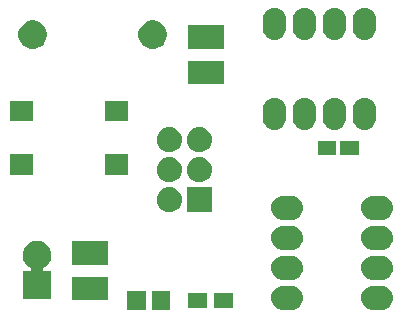
<source format=gbr>
G04 #@! TF.GenerationSoftware,KiCad,Pcbnew,(5.0.1)-4*
G04 #@! TF.CreationDate,2018-11-29T17:47:57-05:00*
G04 #@! TF.ProjectId,MagSpoofTC,4D616753706F6F6654432E6B69636164,1.0*
G04 #@! TF.SameCoordinates,Original*
G04 #@! TF.FileFunction,Soldermask,Top*
G04 #@! TF.FilePolarity,Negative*
%FSLAX46Y46*%
G04 Gerber Fmt 4.6, Leading zero omitted, Abs format (unit mm)*
G04 Created by KiCad (PCBNEW (5.0.1)-4) date 11/29/2018 5:47:57 PM*
%MOMM*%
%LPD*%
G01*
G04 APERTURE LIST*
%ADD10C,0.100000*%
G04 APERTURE END LIST*
D10*
G36*
X117899440Y-106099440D02*
X116300560Y-106099440D01*
X116300560Y-104500560D01*
X117899440Y-104500560D01*
X117899440Y-106099440D01*
X117899440Y-106099440D01*
G37*
G36*
X115801400Y-106099440D02*
X114202520Y-106099440D01*
X114202520Y-104500560D01*
X115801400Y-104500560D01*
X115801400Y-106099440D01*
X115801400Y-106099440D01*
G37*
G36*
X128326030Y-104104469D02*
X128326033Y-104104470D01*
X128326034Y-104104470D01*
X128514535Y-104161651D01*
X128514537Y-104161652D01*
X128688260Y-104254509D01*
X128840528Y-104379472D01*
X128965491Y-104531740D01*
X129058348Y-104705463D01*
X129115531Y-104893970D01*
X129134838Y-105090000D01*
X129115531Y-105286030D01*
X129058348Y-105474537D01*
X128965491Y-105648260D01*
X128840528Y-105800528D01*
X128688260Y-105925491D01*
X128688258Y-105925492D01*
X128514535Y-106018349D01*
X128326034Y-106075530D01*
X128326033Y-106075530D01*
X128326030Y-106075531D01*
X128179124Y-106090000D01*
X127380876Y-106090000D01*
X127233970Y-106075531D01*
X127233967Y-106075530D01*
X127233966Y-106075530D01*
X127045465Y-106018349D01*
X126871742Y-105925492D01*
X126871740Y-105925491D01*
X126719472Y-105800528D01*
X126594509Y-105648260D01*
X126501652Y-105474537D01*
X126444469Y-105286030D01*
X126425162Y-105090000D01*
X126444469Y-104893970D01*
X126501652Y-104705463D01*
X126594509Y-104531740D01*
X126719472Y-104379472D01*
X126871740Y-104254509D01*
X127045463Y-104161652D01*
X127045465Y-104161651D01*
X127233966Y-104104470D01*
X127233967Y-104104470D01*
X127233970Y-104104469D01*
X127380876Y-104090000D01*
X128179124Y-104090000D01*
X128326030Y-104104469D01*
X128326030Y-104104469D01*
G37*
G36*
X135946030Y-104104469D02*
X135946033Y-104104470D01*
X135946034Y-104104470D01*
X136134535Y-104161651D01*
X136134537Y-104161652D01*
X136308260Y-104254509D01*
X136460528Y-104379472D01*
X136585491Y-104531740D01*
X136678348Y-104705463D01*
X136735531Y-104893970D01*
X136754838Y-105090000D01*
X136735531Y-105286030D01*
X136678348Y-105474537D01*
X136585491Y-105648260D01*
X136460528Y-105800528D01*
X136308260Y-105925491D01*
X136308258Y-105925492D01*
X136134535Y-106018349D01*
X135946034Y-106075530D01*
X135946033Y-106075530D01*
X135946030Y-106075531D01*
X135799124Y-106090000D01*
X135000876Y-106090000D01*
X134853970Y-106075531D01*
X134853967Y-106075530D01*
X134853966Y-106075530D01*
X134665465Y-106018349D01*
X134491742Y-105925492D01*
X134491740Y-105925491D01*
X134339472Y-105800528D01*
X134214509Y-105648260D01*
X134121652Y-105474537D01*
X134064469Y-105286030D01*
X134045162Y-105090000D01*
X134064469Y-104893970D01*
X134121652Y-104705463D01*
X134214509Y-104531740D01*
X134339472Y-104379472D01*
X134491740Y-104254509D01*
X134665463Y-104161652D01*
X134665465Y-104161651D01*
X134853966Y-104104470D01*
X134853967Y-104104470D01*
X134853970Y-104104469D01*
X135000876Y-104090000D01*
X135799124Y-104090000D01*
X135946030Y-104104469D01*
X135946030Y-104104469D01*
G37*
G36*
X123200000Y-105950000D02*
X121600000Y-105950000D01*
X121600000Y-104650000D01*
X123200000Y-104650000D01*
X123200000Y-105950000D01*
X123200000Y-105950000D01*
G37*
G36*
X121000000Y-105950000D02*
X119400000Y-105950000D01*
X119400000Y-104650000D01*
X121000000Y-104650000D01*
X121000000Y-105950000D01*
X121000000Y-105950000D01*
G37*
G36*
X112650000Y-105300000D02*
X109550000Y-105300000D01*
X109550000Y-103300000D01*
X112650000Y-103300000D01*
X112650000Y-105300000D01*
X112650000Y-105300000D01*
G37*
G36*
X106719281Y-100249865D02*
X106838378Y-100261595D01*
X106964982Y-100300000D01*
X107067595Y-100331127D01*
X107124052Y-100361304D01*
X107278842Y-100444041D01*
X107464002Y-100595998D01*
X107615959Y-100781158D01*
X107698696Y-100935948D01*
X107728873Y-100992405D01*
X107728873Y-100992406D01*
X107798405Y-101221622D01*
X107821883Y-101460000D01*
X107798405Y-101698378D01*
X107755605Y-101839472D01*
X107728873Y-101927595D01*
X107698696Y-101984052D01*
X107615959Y-102138842D01*
X107464002Y-102324002D01*
X107278842Y-102475959D01*
X107142640Y-102548760D01*
X107122266Y-102562374D01*
X107104939Y-102579701D01*
X107091325Y-102600076D01*
X107081947Y-102622715D01*
X107077167Y-102646748D01*
X107077167Y-102671252D01*
X107081948Y-102695286D01*
X107091325Y-102717925D01*
X107104939Y-102738299D01*
X107122266Y-102755626D01*
X107142641Y-102769240D01*
X107165280Y-102778618D01*
X107201565Y-102784000D01*
X107816000Y-102784000D01*
X107816000Y-105216000D01*
X105384000Y-105216000D01*
X105384000Y-102784000D01*
X105998435Y-102784000D01*
X106022821Y-102781598D01*
X106046270Y-102774485D01*
X106067881Y-102762934D01*
X106086823Y-102747388D01*
X106102369Y-102728446D01*
X106113920Y-102706835D01*
X106121033Y-102683386D01*
X106123435Y-102659000D01*
X106121033Y-102634614D01*
X106113920Y-102611165D01*
X106102369Y-102589554D01*
X106086823Y-102570612D01*
X106057360Y-102548760D01*
X105921158Y-102475959D01*
X105735998Y-102324002D01*
X105584041Y-102138842D01*
X105501304Y-101984052D01*
X105471127Y-101927595D01*
X105444395Y-101839472D01*
X105401595Y-101698378D01*
X105378117Y-101460000D01*
X105401595Y-101221622D01*
X105471127Y-100992406D01*
X105471127Y-100992405D01*
X105501304Y-100935948D01*
X105584041Y-100781158D01*
X105735998Y-100595998D01*
X105921158Y-100444041D01*
X106075948Y-100361304D01*
X106132405Y-100331127D01*
X106235018Y-100300000D01*
X106361622Y-100261595D01*
X106480719Y-100249865D01*
X106540267Y-100244000D01*
X106659733Y-100244000D01*
X106719281Y-100249865D01*
X106719281Y-100249865D01*
G37*
G36*
X135946030Y-101564469D02*
X135946033Y-101564470D01*
X135946034Y-101564470D01*
X136134535Y-101621651D01*
X136134537Y-101621652D01*
X136308260Y-101714509D01*
X136460528Y-101839472D01*
X136585491Y-101991740D01*
X136585492Y-101991742D01*
X136678349Y-102165465D01*
X136735530Y-102353966D01*
X136735531Y-102353970D01*
X136754838Y-102550000D01*
X136735531Y-102746030D01*
X136735530Y-102746033D01*
X136735530Y-102746034D01*
X136726900Y-102774485D01*
X136678348Y-102934537D01*
X136585491Y-103108260D01*
X136460528Y-103260528D01*
X136308260Y-103385491D01*
X136308258Y-103385492D01*
X136134535Y-103478349D01*
X135946034Y-103535530D01*
X135946033Y-103535530D01*
X135946030Y-103535531D01*
X135799124Y-103550000D01*
X135000876Y-103550000D01*
X134853970Y-103535531D01*
X134853967Y-103535530D01*
X134853966Y-103535530D01*
X134665465Y-103478349D01*
X134491742Y-103385492D01*
X134491740Y-103385491D01*
X134339472Y-103260528D01*
X134214509Y-103108260D01*
X134121652Y-102934537D01*
X134073101Y-102774485D01*
X134064470Y-102746034D01*
X134064470Y-102746033D01*
X134064469Y-102746030D01*
X134045162Y-102550000D01*
X134064469Y-102353970D01*
X134064470Y-102353966D01*
X134121651Y-102165465D01*
X134214508Y-101991742D01*
X134214509Y-101991740D01*
X134339472Y-101839472D01*
X134491740Y-101714509D01*
X134665463Y-101621652D01*
X134665465Y-101621651D01*
X134853966Y-101564470D01*
X134853967Y-101564470D01*
X134853970Y-101564469D01*
X135000876Y-101550000D01*
X135799124Y-101550000D01*
X135946030Y-101564469D01*
X135946030Y-101564469D01*
G37*
G36*
X128326030Y-101564469D02*
X128326033Y-101564470D01*
X128326034Y-101564470D01*
X128514535Y-101621651D01*
X128514537Y-101621652D01*
X128688260Y-101714509D01*
X128840528Y-101839472D01*
X128965491Y-101991740D01*
X128965492Y-101991742D01*
X129058349Y-102165465D01*
X129115530Y-102353966D01*
X129115531Y-102353970D01*
X129134838Y-102550000D01*
X129115531Y-102746030D01*
X129115530Y-102746033D01*
X129115530Y-102746034D01*
X129106900Y-102774485D01*
X129058348Y-102934537D01*
X128965491Y-103108260D01*
X128840528Y-103260528D01*
X128688260Y-103385491D01*
X128688258Y-103385492D01*
X128514535Y-103478349D01*
X128326034Y-103535530D01*
X128326033Y-103535530D01*
X128326030Y-103535531D01*
X128179124Y-103550000D01*
X127380876Y-103550000D01*
X127233970Y-103535531D01*
X127233967Y-103535530D01*
X127233966Y-103535530D01*
X127045465Y-103478349D01*
X126871742Y-103385492D01*
X126871740Y-103385491D01*
X126719472Y-103260528D01*
X126594509Y-103108260D01*
X126501652Y-102934537D01*
X126453101Y-102774485D01*
X126444470Y-102746034D01*
X126444470Y-102746033D01*
X126444469Y-102746030D01*
X126425162Y-102550000D01*
X126444469Y-102353970D01*
X126444470Y-102353966D01*
X126501651Y-102165465D01*
X126594508Y-101991742D01*
X126594509Y-101991740D01*
X126719472Y-101839472D01*
X126871740Y-101714509D01*
X127045463Y-101621652D01*
X127045465Y-101621651D01*
X127233966Y-101564470D01*
X127233967Y-101564470D01*
X127233970Y-101564469D01*
X127380876Y-101550000D01*
X128179124Y-101550000D01*
X128326030Y-101564469D01*
X128326030Y-101564469D01*
G37*
G36*
X112650000Y-102300000D02*
X109550000Y-102300000D01*
X109550000Y-100300000D01*
X112650000Y-100300000D01*
X112650000Y-102300000D01*
X112650000Y-102300000D01*
G37*
G36*
X135946030Y-99024469D02*
X135946033Y-99024470D01*
X135946034Y-99024470D01*
X136134535Y-99081651D01*
X136134537Y-99081652D01*
X136308260Y-99174509D01*
X136460528Y-99299472D01*
X136585491Y-99451740D01*
X136678348Y-99625463D01*
X136735531Y-99813970D01*
X136754838Y-100010000D01*
X136735531Y-100206030D01*
X136735530Y-100206033D01*
X136735530Y-100206034D01*
X136697584Y-100331127D01*
X136678348Y-100394537D01*
X136585491Y-100568260D01*
X136460528Y-100720528D01*
X136308260Y-100845491D01*
X136308258Y-100845492D01*
X136134535Y-100938349D01*
X135946034Y-100995530D01*
X135946033Y-100995530D01*
X135946030Y-100995531D01*
X135799124Y-101010000D01*
X135000876Y-101010000D01*
X134853970Y-100995531D01*
X134853967Y-100995530D01*
X134853966Y-100995530D01*
X134665465Y-100938349D01*
X134491742Y-100845492D01*
X134491740Y-100845491D01*
X134339472Y-100720528D01*
X134214509Y-100568260D01*
X134121652Y-100394537D01*
X134102417Y-100331127D01*
X134064470Y-100206034D01*
X134064470Y-100206033D01*
X134064469Y-100206030D01*
X134045162Y-100010000D01*
X134064469Y-99813970D01*
X134121652Y-99625463D01*
X134214509Y-99451740D01*
X134339472Y-99299472D01*
X134491740Y-99174509D01*
X134665463Y-99081652D01*
X134665465Y-99081651D01*
X134853966Y-99024470D01*
X134853967Y-99024470D01*
X134853970Y-99024469D01*
X135000876Y-99010000D01*
X135799124Y-99010000D01*
X135946030Y-99024469D01*
X135946030Y-99024469D01*
G37*
G36*
X128326030Y-99024469D02*
X128326033Y-99024470D01*
X128326034Y-99024470D01*
X128514535Y-99081651D01*
X128514537Y-99081652D01*
X128688260Y-99174509D01*
X128840528Y-99299472D01*
X128965491Y-99451740D01*
X129058348Y-99625463D01*
X129115531Y-99813970D01*
X129134838Y-100010000D01*
X129115531Y-100206030D01*
X129115530Y-100206033D01*
X129115530Y-100206034D01*
X129077584Y-100331127D01*
X129058348Y-100394537D01*
X128965491Y-100568260D01*
X128840528Y-100720528D01*
X128688260Y-100845491D01*
X128688258Y-100845492D01*
X128514535Y-100938349D01*
X128326034Y-100995530D01*
X128326033Y-100995530D01*
X128326030Y-100995531D01*
X128179124Y-101010000D01*
X127380876Y-101010000D01*
X127233970Y-100995531D01*
X127233967Y-100995530D01*
X127233966Y-100995530D01*
X127045465Y-100938349D01*
X126871742Y-100845492D01*
X126871740Y-100845491D01*
X126719472Y-100720528D01*
X126594509Y-100568260D01*
X126501652Y-100394537D01*
X126482417Y-100331127D01*
X126444470Y-100206034D01*
X126444470Y-100206033D01*
X126444469Y-100206030D01*
X126425162Y-100010000D01*
X126444469Y-99813970D01*
X126501652Y-99625463D01*
X126594509Y-99451740D01*
X126719472Y-99299472D01*
X126871740Y-99174509D01*
X127045463Y-99081652D01*
X127045465Y-99081651D01*
X127233966Y-99024470D01*
X127233967Y-99024470D01*
X127233970Y-99024469D01*
X127380876Y-99010000D01*
X128179124Y-99010000D01*
X128326030Y-99024469D01*
X128326030Y-99024469D01*
G37*
G36*
X128326030Y-96484469D02*
X128326033Y-96484470D01*
X128326034Y-96484470D01*
X128514535Y-96541651D01*
X128514537Y-96541652D01*
X128688260Y-96634509D01*
X128840528Y-96759472D01*
X128965491Y-96911740D01*
X129058348Y-97085463D01*
X129115531Y-97273970D01*
X129134838Y-97470000D01*
X129115531Y-97666030D01*
X129115530Y-97666033D01*
X129115530Y-97666034D01*
X129066335Y-97828210D01*
X129058348Y-97854537D01*
X128965491Y-98028260D01*
X128840528Y-98180528D01*
X128688260Y-98305491D01*
X128688258Y-98305492D01*
X128514535Y-98398349D01*
X128326034Y-98455530D01*
X128326033Y-98455530D01*
X128326030Y-98455531D01*
X128179124Y-98470000D01*
X127380876Y-98470000D01*
X127233970Y-98455531D01*
X127233967Y-98455530D01*
X127233966Y-98455530D01*
X127045465Y-98398349D01*
X126871742Y-98305492D01*
X126871740Y-98305491D01*
X126719472Y-98180528D01*
X126594509Y-98028260D01*
X126501652Y-97854537D01*
X126493666Y-97828210D01*
X126444470Y-97666034D01*
X126444470Y-97666033D01*
X126444469Y-97666030D01*
X126425162Y-97470000D01*
X126444469Y-97273970D01*
X126501652Y-97085463D01*
X126594509Y-96911740D01*
X126719472Y-96759472D01*
X126871740Y-96634509D01*
X127045463Y-96541652D01*
X127045465Y-96541651D01*
X127233966Y-96484470D01*
X127233967Y-96484470D01*
X127233970Y-96484469D01*
X127380876Y-96470000D01*
X128179124Y-96470000D01*
X128326030Y-96484469D01*
X128326030Y-96484469D01*
G37*
G36*
X135946030Y-96484469D02*
X135946033Y-96484470D01*
X135946034Y-96484470D01*
X136134535Y-96541651D01*
X136134537Y-96541652D01*
X136308260Y-96634509D01*
X136460528Y-96759472D01*
X136585491Y-96911740D01*
X136678348Y-97085463D01*
X136735531Y-97273970D01*
X136754838Y-97470000D01*
X136735531Y-97666030D01*
X136735530Y-97666033D01*
X136735530Y-97666034D01*
X136686335Y-97828210D01*
X136678348Y-97854537D01*
X136585491Y-98028260D01*
X136460528Y-98180528D01*
X136308260Y-98305491D01*
X136308258Y-98305492D01*
X136134535Y-98398349D01*
X135946034Y-98455530D01*
X135946033Y-98455530D01*
X135946030Y-98455531D01*
X135799124Y-98470000D01*
X135000876Y-98470000D01*
X134853970Y-98455531D01*
X134853967Y-98455530D01*
X134853966Y-98455530D01*
X134665465Y-98398349D01*
X134491742Y-98305492D01*
X134491740Y-98305491D01*
X134339472Y-98180528D01*
X134214509Y-98028260D01*
X134121652Y-97854537D01*
X134113666Y-97828210D01*
X134064470Y-97666034D01*
X134064470Y-97666033D01*
X134064469Y-97666030D01*
X134045162Y-97470000D01*
X134064469Y-97273970D01*
X134121652Y-97085463D01*
X134214509Y-96911740D01*
X134339472Y-96759472D01*
X134491740Y-96634509D01*
X134665463Y-96541652D01*
X134665465Y-96541651D01*
X134853966Y-96484470D01*
X134853967Y-96484470D01*
X134853970Y-96484469D01*
X135000876Y-96470000D01*
X135799124Y-96470000D01*
X135946030Y-96484469D01*
X135946030Y-96484469D01*
G37*
G36*
X121403600Y-97843600D02*
X119276400Y-97843600D01*
X119276400Y-95716400D01*
X121403600Y-95716400D01*
X121403600Y-97843600D01*
X121403600Y-97843600D01*
G37*
G36*
X118008503Y-95731789D02*
X118208991Y-95792607D01*
X118393764Y-95891369D01*
X118555718Y-96024282D01*
X118688631Y-96186236D01*
X118787393Y-96371009D01*
X118848211Y-96571497D01*
X118868746Y-96780000D01*
X118848211Y-96988503D01*
X118787393Y-97188991D01*
X118688631Y-97373764D01*
X118555718Y-97535718D01*
X118393764Y-97668631D01*
X118208991Y-97767393D01*
X118008503Y-97828211D01*
X117852251Y-97843600D01*
X117747749Y-97843600D01*
X117591497Y-97828211D01*
X117391009Y-97767393D01*
X117206236Y-97668631D01*
X117044282Y-97535718D01*
X116911369Y-97373764D01*
X116812607Y-97188991D01*
X116751789Y-96988503D01*
X116731254Y-96780000D01*
X116751789Y-96571497D01*
X116812607Y-96371009D01*
X116911369Y-96186236D01*
X117044282Y-96024282D01*
X117206236Y-95891369D01*
X117391009Y-95792607D01*
X117591497Y-95731789D01*
X117747749Y-95716400D01*
X117852251Y-95716400D01*
X118008503Y-95731789D01*
X118008503Y-95731789D01*
G37*
G36*
X118008503Y-93191789D02*
X118208991Y-93252607D01*
X118393764Y-93351369D01*
X118555718Y-93484282D01*
X118688631Y-93646236D01*
X118787393Y-93831009D01*
X118848211Y-94031497D01*
X118868746Y-94240000D01*
X118848211Y-94448503D01*
X118787393Y-94648991D01*
X118688631Y-94833764D01*
X118555718Y-94995718D01*
X118393764Y-95128631D01*
X118208991Y-95227393D01*
X118008503Y-95288211D01*
X117852251Y-95303600D01*
X117747749Y-95303600D01*
X117591497Y-95288211D01*
X117391009Y-95227393D01*
X117206236Y-95128631D01*
X117044282Y-94995718D01*
X116911369Y-94833764D01*
X116812607Y-94648991D01*
X116751789Y-94448503D01*
X116731254Y-94240000D01*
X116751789Y-94031497D01*
X116812607Y-93831009D01*
X116911369Y-93646236D01*
X117044282Y-93484282D01*
X117206236Y-93351369D01*
X117391009Y-93252607D01*
X117591497Y-93191789D01*
X117747749Y-93176400D01*
X117852251Y-93176400D01*
X118008503Y-93191789D01*
X118008503Y-93191789D01*
G37*
G36*
X120548503Y-93191789D02*
X120748991Y-93252607D01*
X120933764Y-93351369D01*
X121095718Y-93484282D01*
X121228631Y-93646236D01*
X121327393Y-93831009D01*
X121388211Y-94031497D01*
X121408746Y-94240000D01*
X121388211Y-94448503D01*
X121327393Y-94648991D01*
X121228631Y-94833764D01*
X121095718Y-94995718D01*
X120933764Y-95128631D01*
X120748991Y-95227393D01*
X120548503Y-95288211D01*
X120392251Y-95303600D01*
X120287749Y-95303600D01*
X120131497Y-95288211D01*
X119931009Y-95227393D01*
X119746236Y-95128631D01*
X119584282Y-94995718D01*
X119451369Y-94833764D01*
X119352607Y-94648991D01*
X119291789Y-94448503D01*
X119271254Y-94240000D01*
X119291789Y-94031497D01*
X119352607Y-93831009D01*
X119451369Y-93646236D01*
X119584282Y-93484282D01*
X119746236Y-93351369D01*
X119931009Y-93252607D01*
X120131497Y-93191789D01*
X120287749Y-93176400D01*
X120392251Y-93176400D01*
X120548503Y-93191789D01*
X120548503Y-93191789D01*
G37*
G36*
X106278780Y-94643500D02*
X104329380Y-94643500D01*
X104329380Y-92948100D01*
X106278780Y-92948100D01*
X106278780Y-94643500D01*
X106278780Y-94643500D01*
G37*
G36*
X114274700Y-94643500D02*
X112325300Y-94643500D01*
X112325300Y-92948100D01*
X114274700Y-92948100D01*
X114274700Y-94643500D01*
X114274700Y-94643500D01*
G37*
G36*
X131950000Y-92975000D02*
X130350000Y-92975000D01*
X130350000Y-91825000D01*
X131950000Y-91825000D01*
X131950000Y-92975000D01*
X131950000Y-92975000D01*
G37*
G36*
X133850000Y-92975000D02*
X132250000Y-92975000D01*
X132250000Y-91825000D01*
X133850000Y-91825000D01*
X133850000Y-92975000D01*
X133850000Y-92975000D01*
G37*
G36*
X120548503Y-90651789D02*
X120748991Y-90712607D01*
X120933764Y-90811369D01*
X121095718Y-90944282D01*
X121228631Y-91106236D01*
X121327393Y-91291009D01*
X121388211Y-91491497D01*
X121408746Y-91700000D01*
X121388211Y-91908503D01*
X121327393Y-92108991D01*
X121228631Y-92293764D01*
X121095718Y-92455718D01*
X120933764Y-92588631D01*
X120748991Y-92687393D01*
X120548503Y-92748211D01*
X120392251Y-92763600D01*
X120287749Y-92763600D01*
X120131497Y-92748211D01*
X119931009Y-92687393D01*
X119746236Y-92588631D01*
X119584282Y-92455718D01*
X119451369Y-92293764D01*
X119352607Y-92108991D01*
X119291789Y-91908503D01*
X119271254Y-91700000D01*
X119291789Y-91491497D01*
X119352607Y-91291009D01*
X119451369Y-91106236D01*
X119584282Y-90944282D01*
X119746236Y-90811369D01*
X119931009Y-90712607D01*
X120131497Y-90651789D01*
X120287749Y-90636400D01*
X120392251Y-90636400D01*
X120548503Y-90651789D01*
X120548503Y-90651789D01*
G37*
G36*
X118008503Y-90651789D02*
X118208991Y-90712607D01*
X118393764Y-90811369D01*
X118555718Y-90944282D01*
X118688631Y-91106236D01*
X118787393Y-91291009D01*
X118848211Y-91491497D01*
X118868746Y-91700000D01*
X118848211Y-91908503D01*
X118787393Y-92108991D01*
X118688631Y-92293764D01*
X118555718Y-92455718D01*
X118393764Y-92588631D01*
X118208991Y-92687393D01*
X118008503Y-92748211D01*
X117852251Y-92763600D01*
X117747749Y-92763600D01*
X117591497Y-92748211D01*
X117391009Y-92687393D01*
X117206236Y-92588631D01*
X117044282Y-92455718D01*
X116911369Y-92293764D01*
X116812607Y-92108991D01*
X116751789Y-91908503D01*
X116731254Y-91700000D01*
X116751789Y-91491497D01*
X116812607Y-91291009D01*
X116911369Y-91106236D01*
X117044282Y-90944282D01*
X117206236Y-90811369D01*
X117391009Y-90712607D01*
X117591497Y-90651789D01*
X117747749Y-90636400D01*
X117852251Y-90636400D01*
X118008503Y-90651789D01*
X118008503Y-90651789D01*
G37*
G36*
X126896029Y-88164469D02*
X126896032Y-88164470D01*
X126896033Y-88164470D01*
X127084534Y-88221651D01*
X127084536Y-88221652D01*
X127084539Y-88221653D01*
X127258258Y-88314507D01*
X127410528Y-88439472D01*
X127535491Y-88591740D01*
X127628348Y-88765463D01*
X127685531Y-88953970D01*
X127700000Y-89100876D01*
X127700000Y-89899123D01*
X127685531Y-90046031D01*
X127628349Y-90234536D01*
X127535491Y-90408260D01*
X127410528Y-90560528D01*
X127258260Y-90685491D01*
X127084537Y-90778348D01*
X127084535Y-90778349D01*
X126896034Y-90835530D01*
X126896033Y-90835530D01*
X126896030Y-90835531D01*
X126700000Y-90854838D01*
X126503971Y-90835531D01*
X126503968Y-90835530D01*
X126503967Y-90835530D01*
X126315466Y-90778349D01*
X126315464Y-90778348D01*
X126141741Y-90685491D01*
X125989473Y-90560528D01*
X125864510Y-90408260D01*
X125771651Y-90234533D01*
X125714469Y-90046035D01*
X125700000Y-89899124D01*
X125700000Y-89100877D01*
X125714469Y-88953971D01*
X125714470Y-88953967D01*
X125771651Y-88765466D01*
X125771652Y-88765464D01*
X125771653Y-88765461D01*
X125864507Y-88591742D01*
X125989472Y-88439472D01*
X126141740Y-88314509D01*
X126315463Y-88221652D01*
X126315465Y-88221651D01*
X126503966Y-88164470D01*
X126503967Y-88164470D01*
X126503970Y-88164469D01*
X126700000Y-88145162D01*
X126896029Y-88164469D01*
X126896029Y-88164469D01*
G37*
G36*
X131976029Y-88164469D02*
X131976032Y-88164470D01*
X131976033Y-88164470D01*
X132164534Y-88221651D01*
X132164536Y-88221652D01*
X132164539Y-88221653D01*
X132338258Y-88314507D01*
X132490528Y-88439472D01*
X132615491Y-88591740D01*
X132708348Y-88765463D01*
X132765531Y-88953970D01*
X132780000Y-89100876D01*
X132780000Y-89899123D01*
X132765531Y-90046031D01*
X132708349Y-90234536D01*
X132615491Y-90408260D01*
X132490528Y-90560528D01*
X132338260Y-90685491D01*
X132164537Y-90778348D01*
X132164535Y-90778349D01*
X131976034Y-90835530D01*
X131976033Y-90835530D01*
X131976030Y-90835531D01*
X131780000Y-90854838D01*
X131583971Y-90835531D01*
X131583968Y-90835530D01*
X131583967Y-90835530D01*
X131395466Y-90778349D01*
X131395464Y-90778348D01*
X131221741Y-90685491D01*
X131069473Y-90560528D01*
X130944510Y-90408260D01*
X130851651Y-90234533D01*
X130794469Y-90046035D01*
X130780000Y-89899124D01*
X130780000Y-89100877D01*
X130794469Y-88953971D01*
X130794470Y-88953967D01*
X130851651Y-88765466D01*
X130851652Y-88765464D01*
X130851653Y-88765461D01*
X130944507Y-88591742D01*
X131069472Y-88439472D01*
X131221740Y-88314509D01*
X131395463Y-88221652D01*
X131395465Y-88221651D01*
X131583966Y-88164470D01*
X131583967Y-88164470D01*
X131583970Y-88164469D01*
X131780000Y-88145162D01*
X131976029Y-88164469D01*
X131976029Y-88164469D01*
G37*
G36*
X134516029Y-88164469D02*
X134516032Y-88164470D01*
X134516033Y-88164470D01*
X134704534Y-88221651D01*
X134704536Y-88221652D01*
X134704539Y-88221653D01*
X134878258Y-88314507D01*
X135030528Y-88439472D01*
X135155491Y-88591740D01*
X135248348Y-88765463D01*
X135305531Y-88953970D01*
X135320000Y-89100876D01*
X135320000Y-89899123D01*
X135305531Y-90046031D01*
X135248349Y-90234536D01*
X135155491Y-90408260D01*
X135030528Y-90560528D01*
X134878260Y-90685491D01*
X134704537Y-90778348D01*
X134704535Y-90778349D01*
X134516034Y-90835530D01*
X134516033Y-90835530D01*
X134516030Y-90835531D01*
X134320000Y-90854838D01*
X134123971Y-90835531D01*
X134123968Y-90835530D01*
X134123967Y-90835530D01*
X133935466Y-90778349D01*
X133935464Y-90778348D01*
X133761741Y-90685491D01*
X133609473Y-90560528D01*
X133484510Y-90408260D01*
X133391651Y-90234533D01*
X133334469Y-90046035D01*
X133320000Y-89899124D01*
X133320000Y-89100877D01*
X133334469Y-88953971D01*
X133334470Y-88953967D01*
X133391651Y-88765466D01*
X133391652Y-88765464D01*
X133391653Y-88765461D01*
X133484507Y-88591742D01*
X133609472Y-88439472D01*
X133761740Y-88314509D01*
X133935463Y-88221652D01*
X133935465Y-88221651D01*
X134123966Y-88164470D01*
X134123967Y-88164470D01*
X134123970Y-88164469D01*
X134320000Y-88145162D01*
X134516029Y-88164469D01*
X134516029Y-88164469D01*
G37*
G36*
X129436029Y-88164469D02*
X129436032Y-88164470D01*
X129436033Y-88164470D01*
X129624534Y-88221651D01*
X129624536Y-88221652D01*
X129624539Y-88221653D01*
X129798258Y-88314507D01*
X129950528Y-88439472D01*
X130075491Y-88591740D01*
X130168348Y-88765463D01*
X130225531Y-88953970D01*
X130240000Y-89100876D01*
X130240000Y-89899123D01*
X130225531Y-90046031D01*
X130168349Y-90234536D01*
X130075491Y-90408260D01*
X129950528Y-90560528D01*
X129798260Y-90685491D01*
X129624537Y-90778348D01*
X129624535Y-90778349D01*
X129436034Y-90835530D01*
X129436033Y-90835530D01*
X129436030Y-90835531D01*
X129240000Y-90854838D01*
X129043971Y-90835531D01*
X129043968Y-90835530D01*
X129043967Y-90835530D01*
X128855466Y-90778349D01*
X128855464Y-90778348D01*
X128681741Y-90685491D01*
X128529473Y-90560528D01*
X128404510Y-90408260D01*
X128311651Y-90234533D01*
X128254469Y-90046035D01*
X128240000Y-89899124D01*
X128240000Y-89100877D01*
X128254469Y-88953971D01*
X128254470Y-88953967D01*
X128311651Y-88765466D01*
X128311652Y-88765464D01*
X128311653Y-88765461D01*
X128404507Y-88591742D01*
X128529472Y-88439472D01*
X128681740Y-88314509D01*
X128855463Y-88221652D01*
X128855465Y-88221651D01*
X129043966Y-88164470D01*
X129043967Y-88164470D01*
X129043970Y-88164469D01*
X129240000Y-88145162D01*
X129436029Y-88164469D01*
X129436029Y-88164469D01*
G37*
G36*
X114274700Y-90147700D02*
X112325300Y-90147700D01*
X112325300Y-88452300D01*
X114274700Y-88452300D01*
X114274700Y-90147700D01*
X114274700Y-90147700D01*
G37*
G36*
X106278780Y-90147700D02*
X104329380Y-90147700D01*
X104329380Y-88452300D01*
X106278780Y-88452300D01*
X106278780Y-90147700D01*
X106278780Y-90147700D01*
G37*
G36*
X122450000Y-87000000D02*
X119350000Y-87000000D01*
X119350000Y-85000000D01*
X122450000Y-85000000D01*
X122450000Y-87000000D01*
X122450000Y-87000000D01*
G37*
G36*
X122450000Y-84000000D02*
X119350000Y-84000000D01*
X119350000Y-82000000D01*
X122450000Y-82000000D01*
X122450000Y-84000000D01*
X122450000Y-84000000D01*
G37*
G36*
X116729876Y-81646605D02*
X116948172Y-81737026D01*
X117144633Y-81868297D01*
X117311703Y-82035367D01*
X117442974Y-82231828D01*
X117533395Y-82450124D01*
X117579490Y-82681859D01*
X117579490Y-82918141D01*
X117533395Y-83149876D01*
X117442974Y-83368172D01*
X117311703Y-83564633D01*
X117144633Y-83731703D01*
X116948172Y-83862974D01*
X116729876Y-83953395D01*
X116498141Y-83999490D01*
X116261859Y-83999490D01*
X116030124Y-83953395D01*
X115811828Y-83862974D01*
X115615367Y-83731703D01*
X115448297Y-83564633D01*
X115317026Y-83368172D01*
X115226605Y-83149876D01*
X115180510Y-82918141D01*
X115180510Y-82681859D01*
X115226605Y-82450124D01*
X115317026Y-82231828D01*
X115448297Y-82035367D01*
X115615367Y-81868297D01*
X115811828Y-81737026D01*
X116030124Y-81646605D01*
X116261859Y-81600510D01*
X116498141Y-81600510D01*
X116729876Y-81646605D01*
X116729876Y-81646605D01*
G37*
G36*
X106569876Y-81646605D02*
X106788172Y-81737026D01*
X106984633Y-81868297D01*
X107151703Y-82035367D01*
X107282974Y-82231828D01*
X107373395Y-82450124D01*
X107419490Y-82681859D01*
X107419490Y-82918141D01*
X107373395Y-83149876D01*
X107282974Y-83368172D01*
X107151703Y-83564633D01*
X106984633Y-83731703D01*
X106788172Y-83862974D01*
X106569876Y-83953395D01*
X106338141Y-83999490D01*
X106101859Y-83999490D01*
X105870124Y-83953395D01*
X105651828Y-83862974D01*
X105455367Y-83731703D01*
X105288297Y-83564633D01*
X105157026Y-83368172D01*
X105066605Y-83149876D01*
X105020510Y-82918141D01*
X105020510Y-82681859D01*
X105066605Y-82450124D01*
X105157026Y-82231828D01*
X105288297Y-82035367D01*
X105455367Y-81868297D01*
X105651828Y-81737026D01*
X105870124Y-81646605D01*
X106101859Y-81600510D01*
X106338141Y-81600510D01*
X106569876Y-81646605D01*
X106569876Y-81646605D01*
G37*
G36*
X126896029Y-80544469D02*
X126896032Y-80544470D01*
X126896033Y-80544470D01*
X127084534Y-80601651D01*
X127084536Y-80601652D01*
X127084539Y-80601653D01*
X127258258Y-80694507D01*
X127410528Y-80819472D01*
X127535491Y-80971740D01*
X127628348Y-81145463D01*
X127685531Y-81333970D01*
X127700000Y-81480876D01*
X127700000Y-82279123D01*
X127685531Y-82426031D01*
X127628349Y-82614536D01*
X127535491Y-82788260D01*
X127410528Y-82940528D01*
X127258260Y-83065491D01*
X127258258Y-83065492D01*
X127084535Y-83158349D01*
X126896034Y-83215530D01*
X126896033Y-83215530D01*
X126896030Y-83215531D01*
X126700000Y-83234838D01*
X126503971Y-83215531D01*
X126503968Y-83215530D01*
X126503967Y-83215530D01*
X126315466Y-83158349D01*
X126141743Y-83065492D01*
X126141741Y-83065491D01*
X125989473Y-82940528D01*
X125864510Y-82788260D01*
X125771651Y-82614533D01*
X125714469Y-82426035D01*
X125700000Y-82279124D01*
X125700000Y-81480877D01*
X125714469Y-81333971D01*
X125714470Y-81333967D01*
X125771651Y-81145466D01*
X125771652Y-81145464D01*
X125771653Y-81145461D01*
X125864507Y-80971742D01*
X125989472Y-80819472D01*
X126141740Y-80694509D01*
X126315463Y-80601652D01*
X126315465Y-80601651D01*
X126503966Y-80544470D01*
X126503967Y-80544470D01*
X126503970Y-80544469D01*
X126700000Y-80525162D01*
X126896029Y-80544469D01*
X126896029Y-80544469D01*
G37*
G36*
X131976029Y-80544469D02*
X131976032Y-80544470D01*
X131976033Y-80544470D01*
X132164534Y-80601651D01*
X132164536Y-80601652D01*
X132164539Y-80601653D01*
X132338258Y-80694507D01*
X132490528Y-80819472D01*
X132615491Y-80971740D01*
X132708348Y-81145463D01*
X132765531Y-81333970D01*
X132780000Y-81480876D01*
X132780000Y-82279123D01*
X132765531Y-82426031D01*
X132708349Y-82614536D01*
X132615491Y-82788260D01*
X132490528Y-82940528D01*
X132338260Y-83065491D01*
X132338258Y-83065492D01*
X132164535Y-83158349D01*
X131976034Y-83215530D01*
X131976033Y-83215530D01*
X131976030Y-83215531D01*
X131780000Y-83234838D01*
X131583971Y-83215531D01*
X131583968Y-83215530D01*
X131583967Y-83215530D01*
X131395466Y-83158349D01*
X131221743Y-83065492D01*
X131221741Y-83065491D01*
X131069473Y-82940528D01*
X130944510Y-82788260D01*
X130851651Y-82614533D01*
X130794469Y-82426035D01*
X130780000Y-82279124D01*
X130780000Y-81480877D01*
X130794469Y-81333971D01*
X130794470Y-81333967D01*
X130851651Y-81145466D01*
X130851652Y-81145464D01*
X130851653Y-81145461D01*
X130944507Y-80971742D01*
X131069472Y-80819472D01*
X131221740Y-80694509D01*
X131395463Y-80601652D01*
X131395465Y-80601651D01*
X131583966Y-80544470D01*
X131583967Y-80544470D01*
X131583970Y-80544469D01*
X131780000Y-80525162D01*
X131976029Y-80544469D01*
X131976029Y-80544469D01*
G37*
G36*
X129436029Y-80544469D02*
X129436032Y-80544470D01*
X129436033Y-80544470D01*
X129624534Y-80601651D01*
X129624536Y-80601652D01*
X129624539Y-80601653D01*
X129798258Y-80694507D01*
X129950528Y-80819472D01*
X130075491Y-80971740D01*
X130168348Y-81145463D01*
X130225531Y-81333970D01*
X130240000Y-81480876D01*
X130240000Y-82279123D01*
X130225531Y-82426031D01*
X130168349Y-82614536D01*
X130075491Y-82788260D01*
X129950528Y-82940528D01*
X129798260Y-83065491D01*
X129798258Y-83065492D01*
X129624535Y-83158349D01*
X129436034Y-83215530D01*
X129436033Y-83215530D01*
X129436030Y-83215531D01*
X129240000Y-83234838D01*
X129043971Y-83215531D01*
X129043968Y-83215530D01*
X129043967Y-83215530D01*
X128855466Y-83158349D01*
X128681743Y-83065492D01*
X128681741Y-83065491D01*
X128529473Y-82940528D01*
X128404510Y-82788260D01*
X128311651Y-82614533D01*
X128254469Y-82426035D01*
X128240000Y-82279124D01*
X128240000Y-81480877D01*
X128254469Y-81333971D01*
X128254470Y-81333967D01*
X128311651Y-81145466D01*
X128311652Y-81145464D01*
X128311653Y-81145461D01*
X128404507Y-80971742D01*
X128529472Y-80819472D01*
X128681740Y-80694509D01*
X128855463Y-80601652D01*
X128855465Y-80601651D01*
X129043966Y-80544470D01*
X129043967Y-80544470D01*
X129043970Y-80544469D01*
X129240000Y-80525162D01*
X129436029Y-80544469D01*
X129436029Y-80544469D01*
G37*
G36*
X134516029Y-80544469D02*
X134516032Y-80544470D01*
X134516033Y-80544470D01*
X134704534Y-80601651D01*
X134704536Y-80601652D01*
X134704539Y-80601653D01*
X134878258Y-80694507D01*
X135030528Y-80819472D01*
X135155491Y-80971740D01*
X135248348Y-81145463D01*
X135305531Y-81333970D01*
X135320000Y-81480876D01*
X135320000Y-82279123D01*
X135305531Y-82426031D01*
X135248349Y-82614536D01*
X135155491Y-82788260D01*
X135030528Y-82940528D01*
X134878260Y-83065491D01*
X134878258Y-83065492D01*
X134704535Y-83158349D01*
X134516034Y-83215530D01*
X134516033Y-83215530D01*
X134516030Y-83215531D01*
X134320000Y-83234838D01*
X134123971Y-83215531D01*
X134123968Y-83215530D01*
X134123967Y-83215530D01*
X133935466Y-83158349D01*
X133761743Y-83065492D01*
X133761741Y-83065491D01*
X133609473Y-82940528D01*
X133484510Y-82788260D01*
X133391651Y-82614533D01*
X133334469Y-82426035D01*
X133320000Y-82279124D01*
X133320000Y-81480877D01*
X133334469Y-81333971D01*
X133334470Y-81333967D01*
X133391651Y-81145466D01*
X133391652Y-81145464D01*
X133391653Y-81145461D01*
X133484507Y-80971742D01*
X133609472Y-80819472D01*
X133761740Y-80694509D01*
X133935463Y-80601652D01*
X133935465Y-80601651D01*
X134123966Y-80544470D01*
X134123967Y-80544470D01*
X134123970Y-80544469D01*
X134320000Y-80525162D01*
X134516029Y-80544469D01*
X134516029Y-80544469D01*
G37*
M02*

</source>
